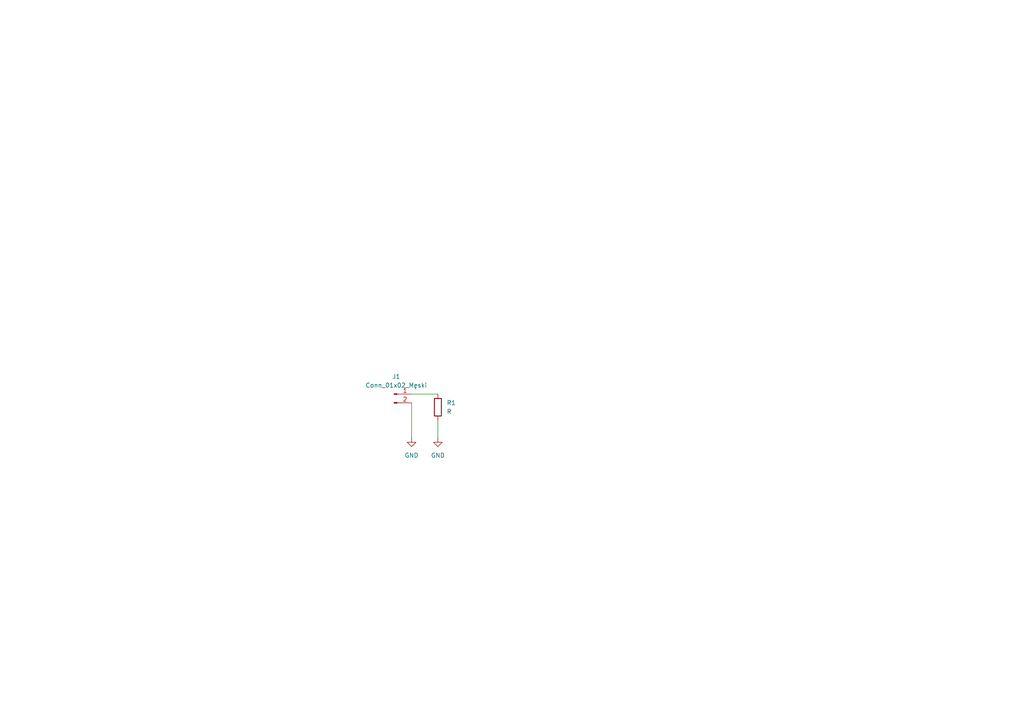
<source format=kicad_sch>
(kicad_sch (version 20231120) (generator "eeschema") (generator_version "8.0")
  (paper "A4")
  (lib_symbols
    (symbol "Connector:Conn_01x02_Pin" (pin_names (offset 1.016) hide)
      (property "Reference" "J" (at 0 2.54 0))
      (property "Value" "Conn_01x02_Pin" (at 0 -5.08 0))
      (symbol "Conn_01x02_Pin_1_1"
        (polyline (pts (xy 1.27 -2.54) (xy 0.8636 -2.54)) (stroke (width 0.1524)))
        (polyline (pts (xy 1.27 0) (xy 0.8636 0)) (stroke (width 0.1524)))
        (rectangle (start 0.8636 -2.413) (end 0 -2.667) (stroke (width 0.1524)) (fill (type outline)))
        (rectangle (start 0.8636 0.127) (end 0 -0.127) (stroke (width 0.1524)) (fill (type outline)))
        (pin passive line (at 5.08 0 180) (length 3.81) (name "Pin_1") (number "1"))
        (pin passive line (at 5.08 -2.54 180) (length 3.81) (name "Pin_2") (number "2"))
      )
    )
    (symbol "Device:R" (pin_numbers hide) (pin_names (offset 0))
      (property "Reference" "R" (at 2.032 0 90))
      (property "Value" "R" (at 0 0 90))
      (symbol "R_0_1"
        (rectangle (start -1.016 -2.54) (end 1.016 2.54) (stroke (width 0.254)))
      )
      (symbol "R_1_1"
        (pin passive line (at 0 3.81 270) (length 1.27) (name "~") (number "1"))
        (pin passive line (at 0 -3.81 90) (length 1.27) (name "~") (number "2"))
      )
    )
    (symbol "power:GND" (power) (pin_numbers hide) (pin_names (offset 0) hide)
      (property "Value" "GND" (at 0 -3.81 0))
      (symbol "GND_0_1"
        (polyline (pts (xy 0 0) (xy 0 -1.27) (xy 1.27 -1.27) (xy 0 -2.54) (xy -1.27 -1.27) (xy 0 -1.27)))
      )
      (symbol "GND_1_1"
        (pin power_in line (at 0 0 270) (length 0) (name "~") (number "1"))
      )
    )
  )
  (wire (pts (xy 119.38 116.84) (xy 119.38 127)))
  (wire (pts (xy 119.38 114.3) (xy 127 114.3)))
  (wire (pts (xy 127 121.92) (xy 127 127)))
  (symbol (lib_id "Connector:Conn_01x02_Pin") (at 114.3 114.3 0) (unit 1)
    (property "Reference" "J1" (at 114.935 109.22 0))
    (property "Value" "Conn_01x02_Męski" (at 114.935 111.76 0))
    (property "Footprint" "Connector_PinHeader_1.00mm:PinHeader_1x02_P1.00mm_Vertical" (effects (hide yes)))
    (property "Description" "Generic connector, single row, 01x02, script generated" (effects (hide yes)))
  )
  (symbol (lib_id "Device:R") (at 127 118.11 0) (unit 1)
    (property "Reference" "R1" (at 129.54 116.8399 0) (effects (justify left)))
    (property "Value" "R" (at 129.54 119.3799 0) (effects (justify left)))
    (property "Footprint" "Resistor_SMD:R_0603_1608Metric" (effects (hide yes)))
    (property "Description" "Resistor" (effects (hide yes)))
  )
  (symbol (lib_id "power:GND") (at 119.38 127 0) (unit 1)
    (property "Reference" "#PWR02" (effects (hide yes)))
    (property "Value" "GND" (at 119.38 132.08 0))
    (property "Description" "Power symbol creates a global label with name \"GND\" , ground" (effects (hide yes)))
  )
  (symbol (lib_id "power:GND") (at 127 127 0) (unit 1)
    (property "Reference" "#PWR01" (effects (hide yes)))
    (property "Value" "GND" (at 127 132.08 0))
    (property "Description" "Power symbol creates a global label with name \"GND\" , ground" (effects (hide yes)))
  )
)
</source>
